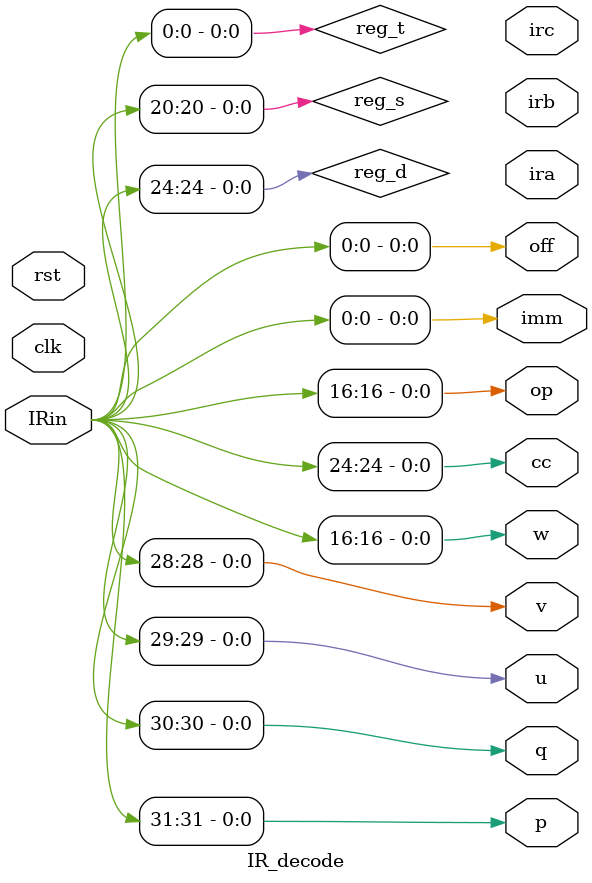
<source format=v>
`timescale 1ns / 1ps


module IR_decode(
    input clk, rst,
    input [31:0] IRin,
    output p,q,u,v,w,
    output cc, ira, irb, op, irc, imm, off
    );
    
    wire p = IRin[31];
    wire q = IRin[30];
    wire u = IRin[29];
    wire v = IRin[28];
    wire w = IRin[16];
    
    wire cc = IRin[26:24];
    wire reg_d = IRin[27:24];     // Destination register addr
    wire reg_s = IRin[23:20];     // Source Register addr
    wire op = IRin[19:16];
    wire reg_t = IRin[3:0];       // Target register addr
    wire imm = IRin[15:0];
    wire off = IRin[19:0];

endmodule

</source>
